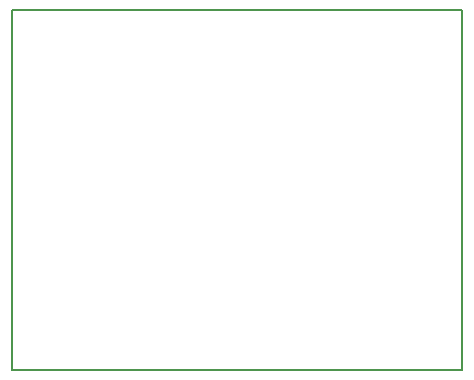
<source format=gbr>
G04 start of page 4 for group 2 idx 2 *
G04 Title: nRF51x22 Breakout, outline *
G04 Creator: pcb 1.99z *
G04 CreationDate: Tue 02 Apr 2013 08:01:19 PM GMT UTC *
G04 For: nock *
G04 Format: Gerber/RS-274X *
G04 PCB-Dimensions (mil): 1500.00 1200.00 *
G04 PCB-Coordinate-Origin: lower left *
%MOIN*%
%FSLAX25Y25*%
%LNOUTLINE*%
%ADD28C,0.0060*%
G54D28*X0Y120000D02*Y0D01*
Y120000D02*X150000D01*
X0Y0D02*X150000D01*
Y120000D02*Y0D01*
M02*

</source>
